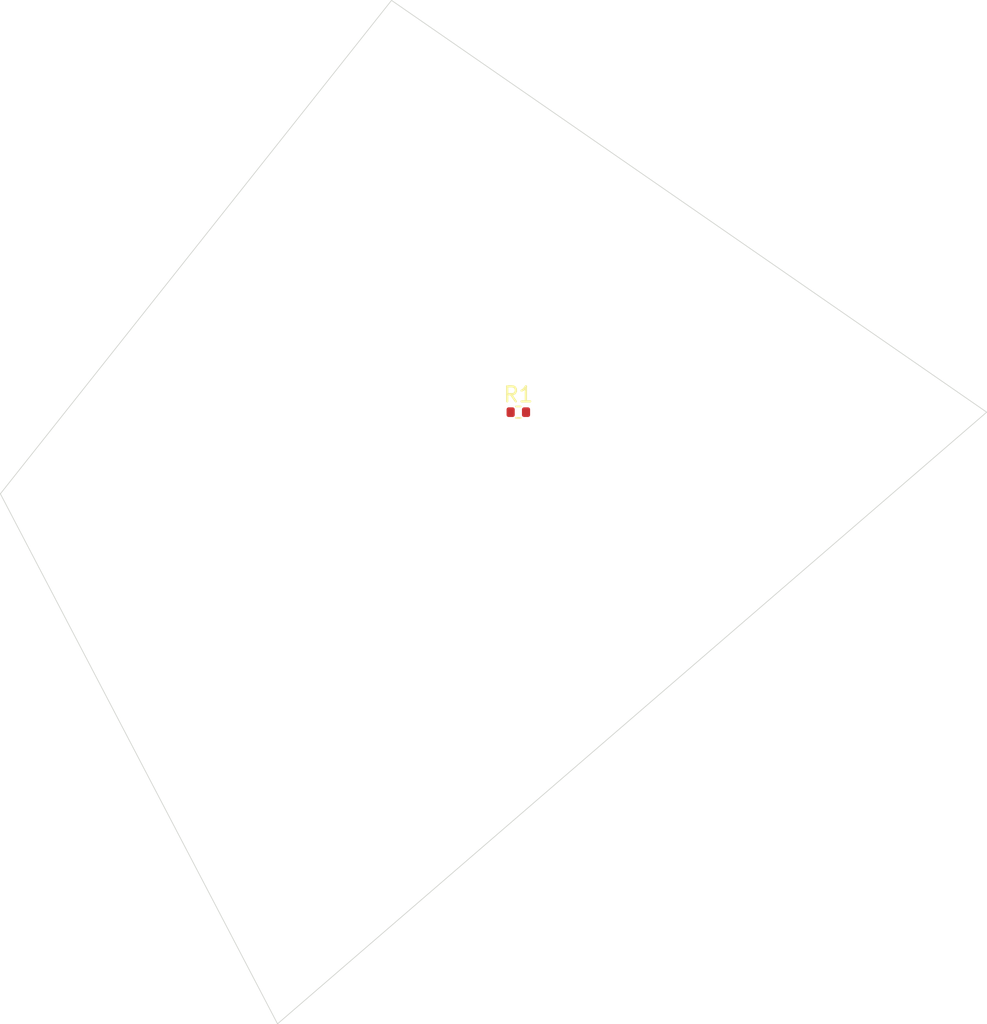
<source format=kicad_pcb>
(kicad_pcb (version 20240108) (generator "pcbnew") (generator_version "8.0")
  (layers (0 "F.Cu" signal) (31 "B.Cu" signal) (34 "B.Paste" user) (35 "F.Paste" user) (36 "B.SilkS" user "B.Silkscreen") (37 "F.SilkS" user "F.Silkscreen") (38 "B.Mask" user) (39 "F.Mask" user) (44 "Edge.Cuts" user))
  (net 0 "")
  (footprint "Resistor_SMD:R_0402_1005Metric" (layer "F.Cu") (at 142.31 103.11)
    (property "Reference" "R1" (at 0 -1.17 0) (layer "F.SilkS"))
    (property "Value" "10k")
    (fp_line (start -0.153641 -0.38) (end 0.153641 -0.38) (stroke (width 0.12)) (layer "F.SilkS"))
    (fp_line (start -0.153641 0.38) (end 0.153641 0.38) (stroke (width 0.12)) (layer "F.SilkS"))
    (pad "1" smd roundrect (at -0.51 0) (size 0.54 0.64) (layers "F.Cu" "F.Paste" "F.Mask"))
    (pad "2" smd roundrect (at 0.51 0) (size 0.54 0.64) (layers "F.Cu" "F.Paste" "F.Mask"))
  )
  (gr_line (start 133.9 75.81) (end 173.37 103.11) (stroke (width 0.05)) (layer "Edge.Cuts"))
  (gr_line (start 107.96 108.52) (end 133.9 75.81) (stroke (width 0.05)) (layer "Edge.Cuts"))
  (gr_line (start 173.37 103.11) (end 126.34 143.66) (stroke (width 0.05)) (layer "Edge.Cuts"))
  (gr_line (start 126.34 143.66) (end 107.96 108.52) (stroke (width 0.05)) (layer "Edge.Cuts"))
)
</source>
